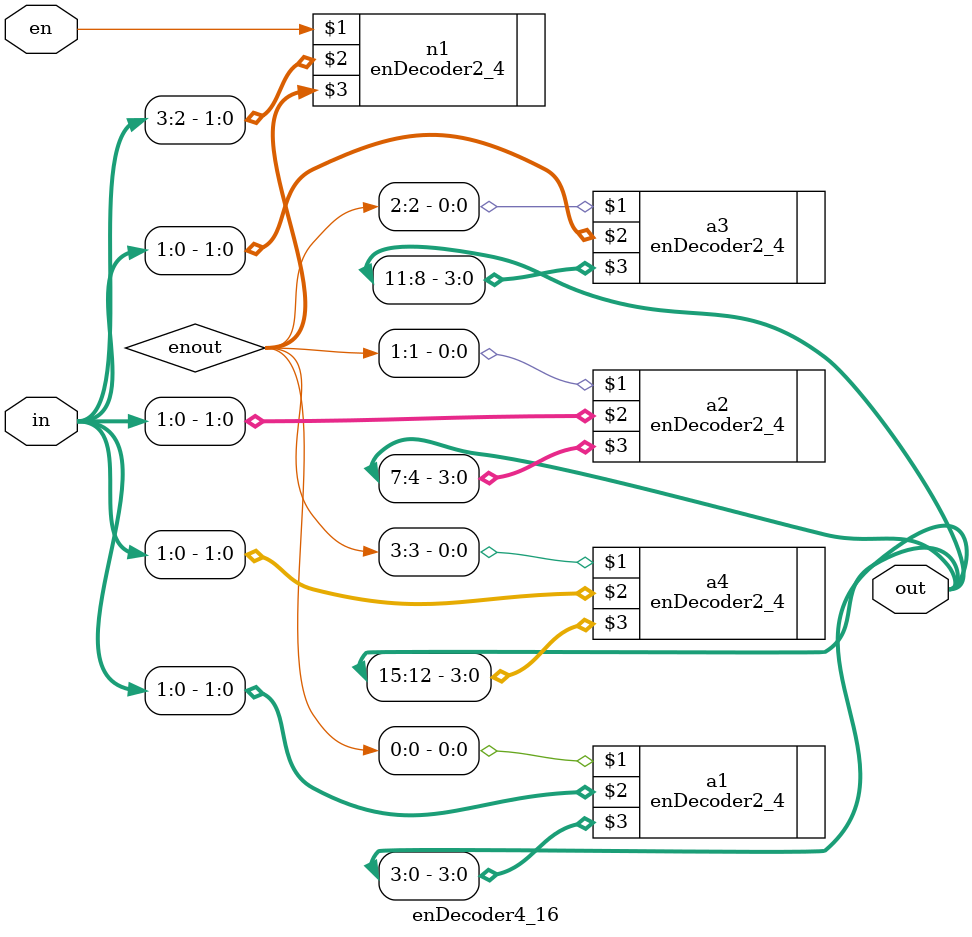
<source format=sv>
`timescale 1 ps / 100 fs

module enDecoder4_16(en, in, out);
	input logic en;
	input logic [3:0]in;
	output logic [15:0]out;

	logic [3:0]enout;
	enDecoder2_4 n1(en,in[3:2],enout);
	
	enDecoder2_4 a1(enout[0],in[1:0],out[3:0]);
	enDecoder2_4 a2(enout[1],in[1:0],out[7:4]);
	enDecoder2_4 a3(enout[2],in[1:0],out[11:8]);
	enDecoder2_4 a4(enout[3],in[1:0],out[15:12]);
endmodule
	
</source>
